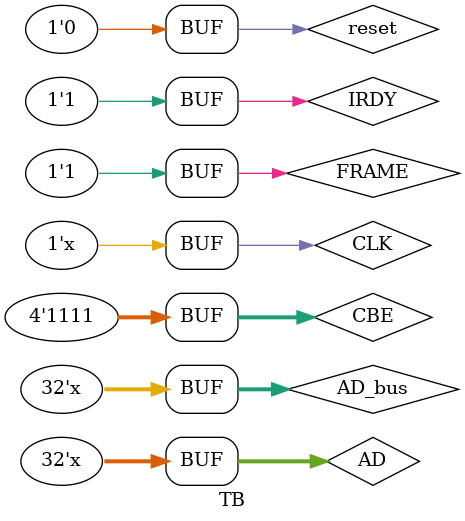
<source format=v>
`timescale 1ns / 1ps


module TB();

reg IRDY, FRAME, reset;
wire DEVSEL, TRDY, AD_direction;
reg [3:0] CBE;
reg [31:0] AD;
//wire [31:0] AD_out;
wire [31:0] AD_bus;

assign AD_bus = (AD_direction)? AD: 32'bz;

reg CLK;
always begin
#5 CLK = ~CLK;
end

TargetDevice TD(.AD(AD_bus), .CBE(CBE), .FRAME(FRAME), .clock(CLK), .IRDY(IRDY), .AD_direction(AD_direction),
 .DEVSEL(DEVSEL), .TRDY(TRDY), .reset(reset));

initial begin
CLK=1;reset=0; FRAME = 1; AD=32'bz; CBE=4'bz; IRDY= 1;

#1
reset=1;
#1
reset=0;

#3 //neg 1
FRAME = 0; AD=3; CBE=4'b0111; IRDY= 1;

#10 //neg 2
FRAME = 0; AD=0; CBE=4'b1111; IRDY= 0;

#10 //neg 3
FRAME = 0; AD=0; CBE=4'b1111; IRDY= 0;

#10 //neg 4
FRAME = 0; AD=0; CBE=4'b1111; IRDY= 0;

#10 //neg 6
FRAME = 1; AD=0; CBE=4'b1111; IRDY= 0;

#10 //neg 7
FRAME = 1; AD=32'bz; CBE=4'b1111; IRDY= 1;

///////////////

#10 //neg 1
FRAME = 0; AD=3; CBE=4'b0111; IRDY= 1;

#10 //neg 2
FRAME = 0; AD=(1<<32)-1; CBE=4'b0010; IRDY= 0;

#10 //neg 3
FRAME = 0; AD=(1<<32)-1; CBE=4'b0010; IRDY= 0;

#10 //neg 4
FRAME = 0; AD=(1<<32)-1; CBE=4'b0100; IRDY= 0;

#10 //neg 6
FRAME = 1; AD=(1<<32)-1; CBE=4'b1000; IRDY= 0;

#10 //neg 7
FRAME = 1; AD=32'bz; CBE=4'b1111; IRDY= 1;






//read transaction
#10 //neg 8 (1)
FRAME = 0; AD = 3; CBE = 4'b0110; IRDY = 1;

#10 //neg 9 (2)
FRAME = 0; AD = 32'bz; CBE = 4'b1111; IRDY = 0;

#10 //neg 9 (3)
FRAME = 0; AD = 32'bz; CBE = 4'b1111; IRDY = 0;

#10 //neg 9 (4)
FRAME = 0; AD = 32'bz; CBE = 4'b1111; IRDY = 0;

#10 //neg 9 (7)
FRAME = 1; AD = 32'bz; CBE = 4'b1111; IRDY = 0;

#10 //neg 9 (8)
FRAME = 1; AD = 32'bz; CBE = 4'b1111; IRDY = 1;

end

endmodule

</source>
